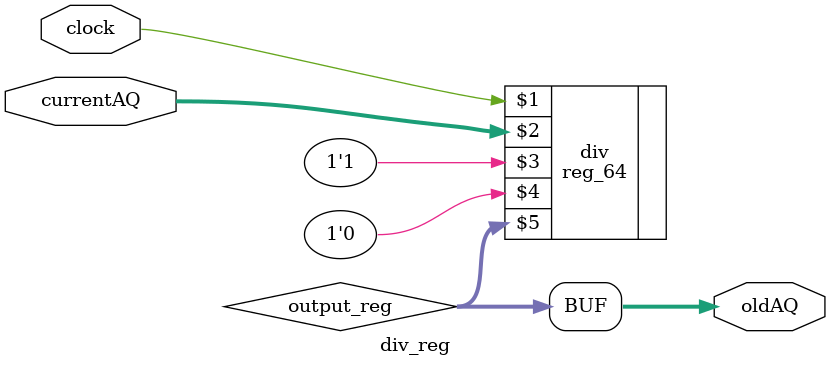
<source format=v>
module div_reg(clock, currentAQ, oldAQ);

    input clock;
    input [63:0] currentAQ; 

    output [63:0] oldAQ;
    wire [63:0] output_reg;


    reg_64 div(clock, currentAQ, 1'b1, 1'b0, output_reg);

    assign oldAQ = output_reg;

endmodule

</source>
